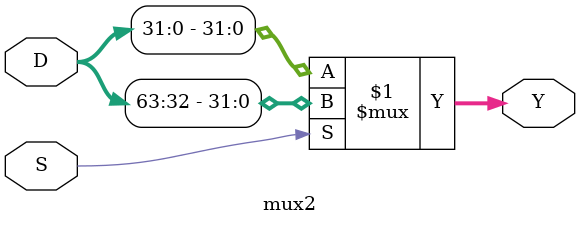
<source format=sv>
module mux2(D, S, Y);

input wire [63:0] D;
input wire S;
output logic [31:0] Y;

assign Y=(S)?D[63:32]:D[31:0];

endmodule
</source>
